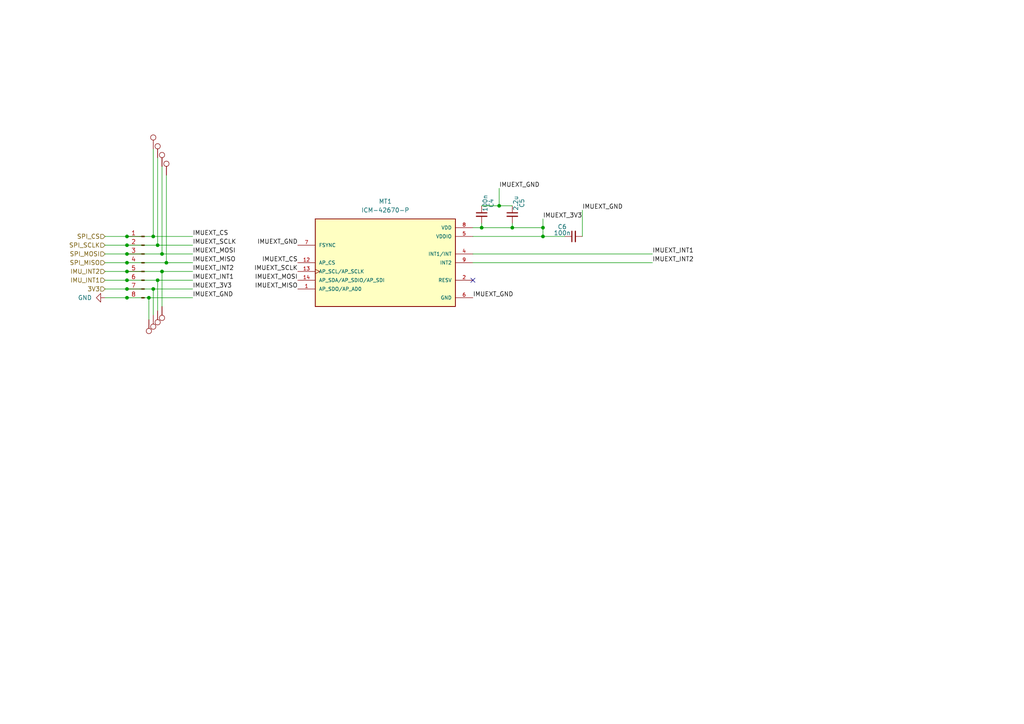
<source format=kicad_sch>
(kicad_sch (version 20250114) (generator "eeschema") (generator_version "9.0")
  (paper "A4")
  (lib_symbols
    (symbol "Connector:Conn_01x08_Pin" (pin_names (offset 1.016) (hide yes))
      (property "Reference" "J" (at 0 10.16 0))
      (property "Value" "Conn_01x08_Pin" (at 0 -12.7 0))
      (symbol "Conn_01x08_Pin_1_1"
        (rectangle (start 0.8636 7.747) (end 0 7.493) (stroke (width 0.1524)) (fill (type outline)))
        (rectangle (start 0.8636 5.207) (end 0 4.953) (stroke (width 0.1524)) (fill (type outline)))
        (rectangle (start 0.8636 2.667) (end 0 2.413) (stroke (width 0.1524)) (fill (type outline)))
        (rectangle (start 0.8636 0.127) (end 0 -0.127) (stroke (width 0.1524)) (fill (type outline)))
        (rectangle (start 0.8636 -2.413) (end 0 -2.667) (stroke (width 0.1524)) (fill (type outline)))
        (rectangle (start 0.8636 -4.953) (end 0 -5.207) (stroke (width 0.1524)) (fill (type outline)))
        (rectangle (start 0.8636 -7.493) (end 0 -7.747) (stroke (width 0.1524)) (fill (type outline)))
        (rectangle (start 0.8636 -10.033) (end 0 -10.287) (stroke (width 0.1524)) (fill (type outline)))
        (polyline (pts (xy 1.27 7.62) (xy 0.8636 7.62)) (stroke (width 0.1524)))
        (polyline (pts (xy 1.27 5.08) (xy 0.8636 5.08)) (stroke (width 0.1524)))
        (polyline (pts (xy 1.27 2.54) (xy 0.8636 2.54)) (stroke (width 0.1524)))
        (polyline (pts (xy 1.27 0) (xy 0.8636 0)) (stroke (width 0.1524)))
        (polyline (pts (xy 1.27 -2.54) (xy 0.8636 -2.54)) (stroke (width 0.1524)))
        (polyline (pts (xy 1.27 -5.08) (xy 0.8636 -5.08)) (stroke (width 0.1524)))
        (polyline (pts (xy 1.27 -7.62) (xy 0.8636 -7.62)) (stroke (width 0.1524)))
        (polyline (pts (xy 1.27 -10.16) (xy 0.8636 -10.16)) (stroke (width 0.1524)))
        (pin passive line (at 5.08 7.62 180) (length 3.81) (name "Pin_1") (number "1"))
        (pin passive line (at 5.08 5.08 180) (length 3.81) (name "Pin_2") (number "2"))
        (pin passive line (at 5.08 2.54 180) (length 3.81) (name "Pin_3") (number "3"))
        (pin passive line (at 5.08 0 180) (length 3.81) (name "Pin_4") (number "4"))
        (pin passive line (at 5.08 -2.54 180) (length 3.81) (name "Pin_5") (number "5"))
        (pin passive line (at 5.08 -5.08 180) (length 3.81) (name "Pin_6") (number "6"))
        (pin passive line (at 5.08 -7.62 180) (length 3.81) (name "Pin_7") (number "7"))
        (pin passive line (at 5.08 -10.16 180) (length 3.81) (name "Pin_8") (number "8"))
      )
    )
    (symbol "Connector:TestPoint" (pin_numbers (hide yes)) (pin_names (offset 0.762) (hide yes))
      (property "Reference" "TP" (at 0 6.858 0))
      (property "Value" "TestPoint" (at 0 5.08 0))
      (symbol "TestPoint_0_1"
        (circle (center 0 3.302) (radius 0.762))
      )
      (symbol "TestPoint_1_1"
        (pin passive line (at 0 0 90) (length 2.54) (name "1") (number "1"))
      )
    )
    (symbol "Device:C_Small" (pin_numbers (hide yes)) (pin_names (offset 0.254) (hide yes))
      (property "Reference" "C" (at 0.254 1.778 0))
      (property "Value" "C_Small" (at 0.254 -2.032 0))
      (symbol "C_Small_0_1"
        (polyline (pts (xy -1.524 0.508) (xy 1.524 0.508)) (stroke (width 0.3048)))
        (polyline (pts (xy -1.524 -0.508) (xy 1.524 -0.508)) (stroke (width 0.3302)))
      )
      (symbol "C_Small_1_1"
        (pin passive line (at 0 2.54 270) (length 2.032) (name "~") (number "1"))
        (pin passive line (at 0 -2.54 90) (length 2.032) (name "~") (number "2"))
      )
    )
    (symbol "ICM-42670-P:ICM-42670-P" (pin_names (offset 1.016))
      (property "Reference" "MT" (at -20.32 13.97 0))
      (property "Value" "ICM-42670-P" (at -20.32 -15.24 0))
      (symbol "ICM-42670-P_0_0"
        (rectangle (start -20.32 -12.7) (end 20.32 12.7) (stroke (width 0.254)) (fill (type background)))
        (pin input line (at -25.4 5.08 0) (length 5.08) (name "FSYNC") (number "7"))
        (pin input line (at -25.4 0 0) (length 5.08) (name "AP_CS") (number "12"))
        (pin input clock (at -25.4 -2.54 0) (length 5.08) (name "AP_SCL/AP_SCLK") (number "13"))
        (pin bidirectional line (at -25.4 -5.08 0) (length 5.08) (name "AP_SDA/AP_SDIO/AP_SDI") (number "14"))
        (pin bidirectional line (at -25.4 -7.62 0) (length 5.08) (name "AP_SDO/AP_AD0") (number "1"))
        (pin power_in line (at 25.4 10.16 180) (length 5.08) (name "VDD") (number "8"))
        (pin power_in line (at 25.4 7.62 180) (length 5.08) (name "VDDIO") (number "5"))
        (pin output line (at 25.4 2.54 180) (length 5.08) (name "INT1/INT") (number "4"))
        (pin output line (at 25.4 0 180) (length 5.08) (name "INT2") (number "9"))
        (pin passive line (at 25.4 -5.08 180) (length 5.08) (hide yes) (name "RESV") (number "10"))
        (pin passive line (at 25.4 -5.08 180) (length 5.08) (hide yes) (name "RESV") (number "11"))
        (pin passive line (at 25.4 -5.08 180) (length 5.08) (name "RESV") (number "2"))
        (pin passive line (at 25.4 -5.08 180) (length 5.08) (hide yes) (name "RESV") (number "3"))
        (pin power_in line (at 25.4 -10.16 180) (length 5.08) (name "GND") (number "6"))
      )
    )
    (symbol "power:GND" (power) (pin_numbers (hide yes)) (pin_names (offset 0) (hide yes))
      (property "Value" "GND" (at 0 -3.81 0))
      (symbol "GND_0_1"
        (polyline (pts (xy 0 0) (xy 0 -1.27) (xy 1.27 -1.27) (xy 0 -2.54) (xy -1.27 -1.27) (xy 0 -1.27)))
      )
      (symbol "GND_1_1"
        (pin power_in line (at 0 0 270) (length 0) (name "~") (number "1"))
      )
    )
  )
  (junction (at 139.7 66.04))
  (junction (at 45.72 81.28))
  (junction (at 36.83 71.12))
  (junction (at 36.83 78.74))
  (junction (at 36.83 86.36))
  (junction (at 157.48 66.04))
  (junction (at 48.26 76.2))
  (junction (at 45.72 71.12))
  (junction (at 46.99 73.66))
  (junction (at 36.83 76.2))
  (junction (at 36.83 81.28))
  (junction (at 36.83 83.82))
  (junction (at 44.45 68.58))
  (junction (at 144.78 59.69))
  (junction (at 157.48 68.58))
  (junction (at 148.59 66.04))
  (junction (at 46.99 78.74))
  (junction (at 44.45 83.82))
  (junction (at 36.83 73.66))
  (junction (at 43.18 86.36))
  (junction (at 36.83 68.58))
  (no_connect (at 137.16 81.28))
  (wire (pts (xy 139.7 64.77) (xy 139.7 66.04)))
  (wire (pts (xy 36.83 76.2) (xy 48.26 76.2)))
  (wire (pts (xy 36.83 78.74) (xy 46.99 78.74)))
  (wire (pts (xy 137.16 66.04) (xy 139.7 66.04)))
  (wire (pts (xy 48.26 76.2) (xy 55.88 76.2)))
  (wire (pts (xy 144.78 59.69) (xy 148.59 59.69)))
  (wire (pts (xy 30.48 76.2) (xy 36.83 76.2)))
  (wire (pts (xy 148.59 66.04) (xy 157.48 66.04)))
  (wire (pts (xy 36.83 83.82) (xy 44.45 83.82)))
  (wire (pts (xy 30.48 78.74) (xy 36.83 78.74)))
  (wire (pts (xy 46.99 78.74) (xy 55.88 78.74)))
  (wire (pts (xy 44.45 91.44) (xy 44.45 83.82)))
  (wire (pts (xy 36.83 71.12) (xy 45.72 71.12)))
  (wire (pts (xy 44.45 68.58) (xy 55.88 68.58)))
  (wire (pts (xy 168.91 60.96) (xy 168.91 68.58)))
  (wire (pts (xy 157.48 68.58) (xy 163.83 68.58)))
  (wire (pts (xy 30.48 83.82) (xy 36.83 83.82)))
  (wire (pts (xy 30.48 86.36) (xy 36.83 86.36)))
  (wire (pts (xy 137.16 73.66) (xy 189.23 73.66)))
  (wire (pts (xy 43.18 86.36) (xy 55.88 86.36)))
  (wire (pts (xy 137.16 76.2) (xy 189.23 76.2)))
  (wire (pts (xy 45.72 90.17) (xy 45.72 81.28)))
  (wire (pts (xy 157.48 66.04) (xy 157.48 68.58)))
  (wire (pts (xy 157.48 63.5) (xy 157.48 66.04)))
  (wire (pts (xy 139.7 59.69) (xy 144.78 59.69)))
  (wire (pts (xy 45.72 71.12) (xy 55.88 71.12)))
  (wire (pts (xy 36.83 73.66) (xy 46.99 73.66)))
  (wire (pts (xy 46.99 48.26) (xy 46.99 73.66)))
  (wire (pts (xy 45.72 81.28) (xy 55.88 81.28)))
  (wire (pts (xy 44.45 43.18) (xy 44.45 68.58)))
  (wire (pts (xy 144.78 54.61) (xy 144.78 59.69)))
  (wire (pts (xy 46.99 88.9) (xy 46.99 78.74)))
  (wire (pts (xy 137.16 68.58) (xy 157.48 68.58)))
  (wire (pts (xy 44.45 83.82) (xy 55.88 83.82)))
  (wire (pts (xy 45.72 45.72) (xy 45.72 71.12)))
  (wire (pts (xy 36.83 68.58) (xy 44.45 68.58)))
  (wire (pts (xy 48.26 50.8) (xy 48.26 76.2)))
  (wire (pts (xy 139.7 66.04) (xy 148.59 66.04)))
  (wire (pts (xy 30.48 68.58) (xy 36.83 68.58)))
  (wire (pts (xy 43.18 92.71) (xy 43.18 86.36)))
  (wire (pts (xy 148.59 64.77) (xy 148.59 66.04)))
  (wire (pts (xy 36.83 86.36) (xy 43.18 86.36)))
  (wire (pts (xy 36.83 81.28) (xy 45.72 81.28)))
  (wire (pts (xy 30.48 71.12) (xy 36.83 71.12)))
  (wire (pts (xy 30.48 73.66) (xy 36.83 73.66)))
  (wire (pts (xy 46.99 73.66) (xy 55.88 73.66)))
  (wire (pts (xy 30.48 81.28) (xy 36.83 81.28)))
  (label "IMUEXT_INT2" (at 189.23 76.2 0))
  (label "IMUEXT_GND" (at 144.78 54.61 0))
  (label "IMUEXT_GND" (at 168.91 60.96 0))
  (label "IMUEXT_GND" (at 137.16 86.36 0))
  (label "IMUEXT_GND" (at 86.36 71.12 180))
  (label "IMUEXT_INT1" (at 55.88 81.28 0))
  (label "IMUEXT_3V3" (at 55.88 83.82 0))
  (label "IMUEXT_CS" (at 55.88 68.58 0))
  (label "IMUEXT_MISO" (at 55.88 76.2 0))
  (label "IMUEXT_3V3" (at 157.48 63.5 0))
  (label "IMUEXT_MISO" (at 86.36 83.82 180))
  (label "IMUEXT_INT2" (at 55.88 78.74 0))
  (label "IMUEXT_GND" (at 55.88 86.36 0))
  (label "IMUEXT_CS" (at 86.36 76.2 180))
  (label "IMUEXT_SCLK" (at 55.88 71.12 0))
  (label "IMUEXT_SCLK" (at 86.36 78.74 180))
  (label "IMUEXT_INT1" (at 189.23 73.66 0))
  (label "IMUEXT_MOSI" (at 86.36 81.28 180))
  (label "IMUEXT_MOSI" (at 55.88 73.66 0))
  (hierarchical_label "SPI_MISO" (shape input) (at 30.48 76.2 180))
  (hierarchical_label "SPI_MOSI" (shape input) (at 30.48 73.66 180))
  (hierarchical_label "3V3" (shape input) (at 30.48 83.82 180))
  (hierarchical_label "SPI_SCLK" (shape input) (at 30.48 71.12 180))
  (hierarchical_label "IMU_INT2" (shape input) (at 30.48 78.74 180))
  (hierarchical_label "IMU_INT1" (shape input) (at 30.48 81.28 180))
  (hierarchical_label "SPI_CS" (shape input) (at 30.48 68.58 180))
  (symbol (lib_id "Connector:TestPoint") (at 45.72 90.17 180) (unit 1)
    (property "Reference" "TP18" (effects (hide yes)))
    (property "Value" "TestPoint" (effects (hide yes)))
    (property "Footprint" "Equilibot:TestPoint_Pad_1.0x1.0mm" (effects (hide yes)))
    (property "Description" "test point" (effects (hide yes)))
  )
  (symbol (lib_id "Connector:TestPoint") (at 45.72 45.72 0) (mirror y) (unit 1)
    (property "Reference" "TP13" (effects (hide yes)))
    (property "Value" "TestPoint" (effects (hide yes)))
    (property "Footprint" "Equilibot:TestPoint_Pad_1.0x1.0mm" (effects (hide yes)))
    (property "Description" "test point" (effects (hide yes)))
  )
  (symbol (lib_id "Connector:TestPoint") (at 44.45 43.18 0) (mirror y) (unit 1)
    (property "Reference" "TP12" (effects (hide yes)))
    (property "Value" "TestPoint" (effects (hide yes)))
    (property "Footprint" "Equilibot:TestPoint_Pad_1.0x1.0mm" (effects (hide yes)))
    (property "Description" "test point" (effects (hide yes)))
  )
  (symbol (lib_id "Device:C_Small") (at 139.7 62.23 0) (unit 1)
    (property "Reference" "C4" (at 142.494 58.928 90))
    (property "Value" "100n" (at 140.716 58.928 90))
    (property "Footprint" "Capacitor_SMD:C_0603_1608Metric" (effects (hide yes)))
    (property "Description" "Unpolarized capacitor, small symbol" (effects (hide yes)))
  )
  (symbol (lib_id "Connector:TestPoint") (at 46.99 48.26 0) (mirror y) (unit 1)
    (property "Reference" "TP14" (effects (hide yes)))
    (property "Value" "TestPoint" (effects (hide yes)))
    (property "Footprint" "Equilibot:TestPoint_Pad_1.0x1.0mm" (effects (hide yes)))
    (property "Description" "test point" (effects (hide yes)))
  )
  (symbol (lib_id "Connector:TestPoint") (at 44.45 91.44 180) (unit 1)
    (property "Reference" "TP19" (effects (hide yes)))
    (property "Value" "TestPoint" (effects (hide yes)))
    (property "Footprint" "Equilibot:TestPoint_Pad_1.0x1.0mm" (effects (hide yes)))
    (property "Description" "test point" (effects (hide yes)))
  )
  (symbol (lib_id "Device:C_Small") (at 166.37 68.58 90) (unit 1)
    (property "Reference" "C6" (at 163.068 65.786 90))
    (property "Value" "100n" (at 163.068 67.564 90))
    (property "Footprint" "Capacitor_SMD:C_0603_1608Metric" (effects (hide yes)))
    (property "Description" "Unpolarized capacitor, small symbol" (effects (hide yes)))
  )
  (symbol (lib_id "Connector:TestPoint") (at 43.18 92.71 180) (unit 1)
    (property "Reference" "TP20" (effects (hide yes)))
    (property "Value" "TestPoint" (effects (hide yes)))
    (property "Footprint" "Equilibot:TestPoint_Pad_1.0x1.0mm" (effects (hide yes)))
    (property "Description" "test point" (effects (hide yes)))
  )
  (symbol (lib_id "Connector:Conn_01x08_Pin") (at 41.91 76.2 0) (mirror y) (unit 1)
    (property "Reference" "J7" (effects (hide yes)))
    (property "Value" "Conn_01x08_Pin" (effects (hide yes)))
    (property "Footprint" "Connector_PinSocket_2.54mm:PinSocket_2x04_P2.54mm_Vertical" (effects (hide yes)))
    (property "Description" "Generic connector, single row, 01x08, script generated" (effects (hide yes)))
  )
  (symbol (lib_id "Connector:TestPoint") (at 48.26 50.8 0) (mirror y) (unit 1)
    (property "Reference" "TP15" (effects (hide yes)))
    (property "Value" "TestPoint" (effects (hide yes)))
    (property "Footprint" "Equilibot:TestPoint_Pad_1.0x1.0mm" (effects (hide yes)))
    (property "Description" "test point" (effects (hide yes)))
  )
  (symbol (lib_id "Device:C_Small") (at 148.59 62.23 0) (unit 1)
    (property "Reference" "C5" (at 151.384 58.928 90))
    (property "Value" "2.2u" (at 149.606 58.928 90))
    (property "Footprint" "Capacitor_SMD:C_0805_2012Metric" (effects (hide yes)))
    (property "Description" "Unpolarized capacitor, small symbol" (effects (hide yes)))
  )
  (symbol (lib_id "power:GND") (at 30.48 86.36 270) (unit 1)
    (property "Reference" "#PWR05" (effects (hide yes)))
    (property "Value" "GND" (at 26.67 86.3599 90) (effects (justify right)))
    (property "Description" "Power symbol creates a global label with name \"GND\" , ground" (effects (hide yes)))
  )
  (symbol (lib_id "ICM-42670-P:ICM-42670-P") (at 111.76 76.2 0) (unit 1)
    (property "Reference" "MT1" (at 111.76 58.42 0))
    (property "Value" "ICM-42670-P" (at 111.76 60.96 0))
    (property "Footprint" "Equilibot:XDCR_ICM-42670-P" (effects (hide yes)))
    (property "Datasheet" "kicad-embed://icm-42670-p.pdf" (effects (hide yes)))
    (property "MF" "TDK InvenSense" (effects (hide yes)))
    (property "MAXIMUM_PACKAGE_HEIGHT" "0.81 mm" (effects (hide yes)))
    (property "Package" "None" (effects (hide yes)))
    (property "Price" "None" (effects (hide yes)))
    (property "Check_prices" "https://www.snapeda.com/parts/ICM-42670-P/TDK/view-part/?ref=eda" (effects (hide yes)))
    (property "STANDARD" "Manufacturer Recommendations" (effects (hide yes)))
    (property "PARTREV" "1.1" (effects (hide yes)))
    (property "SnapEDA_Link" "https://www.snapeda.com/parts/ICM-42670-P/TDK/view-part/?ref=snap" (effects (hide yes)))
    (property "MP" "ICM-42670-P" (effects (hide yes)))
    (property "Description_1" "Low-Power, Premium Performance 6-Axis MotionTrackingTM IMU with I3C, I2C and SPI interface in 2.5mm x 3mm Package" (effects (hide yes)))
    (property "Availability" "In Stock" (effects (hide yes)))
    (property "MANUFACTURER" "TDK InvenSense" (effects (hide yes)))
  )
  (symbol (lib_id "Connector:TestPoint") (at 46.99 88.9 180) (unit 1)
    (property "Reference" "TP17" (effects (hide yes)))
    (property "Value" "TestPoint" (effects (hide yes)))
    (property "Footprint" "Equilibot:TestPoint_Pad_1.0x1.0mm" (effects (hide yes)))
    (property "Description" "test point" (effects (hide yes)))
  )
)
</source>
